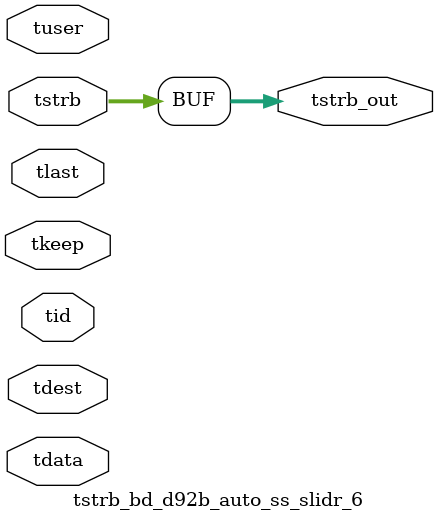
<source format=v>


`timescale 1ps/1ps

module tstrb_bd_d92b_auto_ss_slidr_6 #
(
parameter C_S_AXIS_TDATA_WIDTH = 32,
parameter C_S_AXIS_TUSER_WIDTH = 0,
parameter C_S_AXIS_TID_WIDTH   = 0,
parameter C_S_AXIS_TDEST_WIDTH = 0,
parameter C_M_AXIS_TDATA_WIDTH = 32
)
(
input  [(C_S_AXIS_TDATA_WIDTH == 0 ? 1 : C_S_AXIS_TDATA_WIDTH)-1:0     ] tdata,
input  [(C_S_AXIS_TUSER_WIDTH == 0 ? 1 : C_S_AXIS_TUSER_WIDTH)-1:0     ] tuser,
input  [(C_S_AXIS_TID_WIDTH   == 0 ? 1 : C_S_AXIS_TID_WIDTH)-1:0       ] tid,
input  [(C_S_AXIS_TDEST_WIDTH == 0 ? 1 : C_S_AXIS_TDEST_WIDTH)-1:0     ] tdest,
input  [(C_S_AXIS_TDATA_WIDTH/8)-1:0 ] tkeep,
input  [(C_S_AXIS_TDATA_WIDTH/8)-1:0 ] tstrb,
input                                                                    tlast,
output [(C_M_AXIS_TDATA_WIDTH/8)-1:0 ] tstrb_out
);

assign tstrb_out = {tstrb[7:0]};

endmodule


</source>
